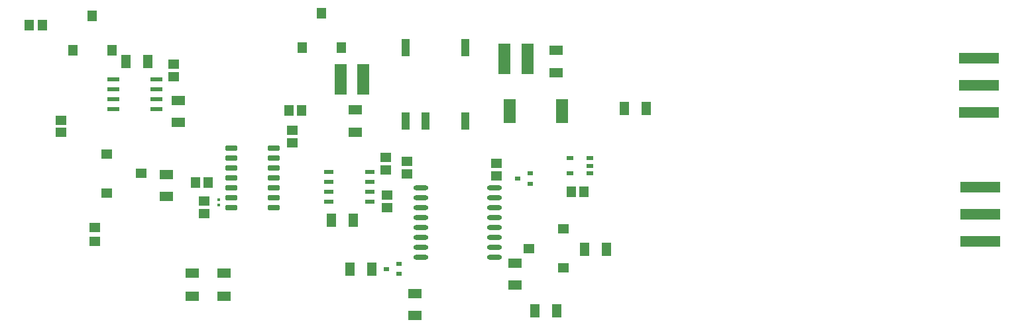
<source format=gtp>
G04*
G04 #@! TF.GenerationSoftware,Altium Limited,Altium Designer,19.1.6 (110)*
G04*
G04 Layer_Color=8421504*
%FSLAX24Y24*%
%MOIN*%
G70*
G01*
G75*
%ADD19R,0.0472X0.0650*%
%ADD20R,0.0551X0.0472*%
%ADD21R,0.0512X0.0551*%
G04:AMPARAMS|DCode=22|XSize=21.7mil|YSize=31.5mil|CornerRadius=1.9mil|HoleSize=0mil|Usage=FLASHONLY|Rotation=270.000|XOffset=0mil|YOffset=0mil|HoleType=Round|Shape=RoundedRectangle|*
%AMROUNDEDRECTD22*
21,1,0.0217,0.0276,0,0,270.0*
21,1,0.0178,0.0315,0,0,270.0*
1,1,0.0039,-0.0138,-0.0089*
1,1,0.0039,-0.0138,0.0089*
1,1,0.0039,0.0138,0.0089*
1,1,0.0039,0.0138,-0.0089*
%
%ADD22ROUNDEDRECTD22*%
%ADD23R,0.0630X0.1535*%
%ADD24R,0.0472X0.0551*%
%ADD25R,0.0453X0.0531*%
%ADD26R,0.0531X0.0453*%
%ADD27R,0.0138X0.0157*%
%ADD28R,0.0551X0.0512*%
%ADD29R,0.0709X0.0512*%
%ADD30R,0.0650X0.0472*%
%ADD31R,0.0315X0.0236*%
%ADD32R,0.0606X0.1236*%
%ADD33O,0.0748X0.0236*%
%ADD34R,0.2008X0.0551*%
G04:AMPARAMS|DCode=35|XSize=21.7mil|YSize=49.2mil|CornerRadius=1.9mil|HoleSize=0mil|Usage=FLASHONLY|Rotation=90.000|XOffset=0mil|YOffset=0mil|HoleType=Round|Shape=RoundedRectangle|*
%AMROUNDEDRECTD35*
21,1,0.0217,0.0453,0,0,90.0*
21,1,0.0178,0.0492,0,0,90.0*
1,1,0.0039,0.0227,0.0089*
1,1,0.0039,0.0227,-0.0089*
1,1,0.0039,-0.0227,-0.0089*
1,1,0.0039,-0.0227,0.0089*
%
%ADD35ROUNDEDRECTD35*%
G04:AMPARAMS|DCode=36|XSize=23.6mil|YSize=57.1mil|CornerRadius=2mil|HoleSize=0mil|Usage=FLASHONLY|Rotation=90.000|XOffset=0mil|YOffset=0mil|HoleType=Round|Shape=RoundedRectangle|*
%AMROUNDEDRECTD36*
21,1,0.0236,0.0531,0,0,90.0*
21,1,0.0196,0.0571,0,0,90.0*
1,1,0.0040,0.0265,0.0098*
1,1,0.0040,0.0265,-0.0098*
1,1,0.0040,-0.0265,-0.0098*
1,1,0.0040,-0.0265,0.0098*
%
%ADD36ROUNDEDRECTD36*%
%ADD37R,0.0598X0.0236*%
%ADD38R,0.0394X0.0906*%
D19*
X39461Y15600D02*
D03*
X40563D02*
D03*
X16370Y25050D02*
D03*
X17472D02*
D03*
X36949Y12500D02*
D03*
X38051D02*
D03*
X42551Y22700D02*
D03*
X41449D02*
D03*
X27649Y14600D02*
D03*
X28751D02*
D03*
X26699Y17050D02*
D03*
X27801D02*
D03*
D20*
X38386Y16617D02*
D03*
X36654Y15633D02*
D03*
X38386Y14648D02*
D03*
X15414Y18433D02*
D03*
X17146Y19417D02*
D03*
X15414Y20402D02*
D03*
D21*
X38785Y18479D02*
D03*
X39415D02*
D03*
X24585Y22600D02*
D03*
X25215D02*
D03*
X20515Y18950D02*
D03*
X19885D02*
D03*
D22*
X39702Y19426D02*
D03*
Y19800D02*
D03*
Y20174D02*
D03*
X38698D02*
D03*
Y19426D02*
D03*
D23*
X27179Y24150D02*
D03*
X28321D02*
D03*
X35429Y25200D02*
D03*
X36571D02*
D03*
D24*
X27202Y25756D02*
D03*
X26218Y27488D02*
D03*
X25234Y25756D02*
D03*
X15667Y25614D02*
D03*
X14683Y27346D02*
D03*
X13698Y25614D02*
D03*
D25*
X11500Y26900D02*
D03*
X12189D02*
D03*
D26*
X14800Y16000D02*
D03*
Y16689D02*
D03*
D27*
X21050Y18072D02*
D03*
Y17828D02*
D03*
D28*
X30500Y19385D02*
D03*
Y20015D02*
D03*
X35000Y19285D02*
D03*
Y19915D02*
D03*
X29500Y18315D02*
D03*
Y17685D02*
D03*
X29450Y20215D02*
D03*
Y19585D02*
D03*
X24750Y20950D02*
D03*
Y21580D02*
D03*
X20300Y18015D02*
D03*
Y17385D02*
D03*
X13100Y22100D02*
D03*
Y21470D02*
D03*
X18771Y24285D02*
D03*
Y24915D02*
D03*
D29*
X21300Y13229D02*
D03*
Y14371D02*
D03*
X19700Y13229D02*
D03*
Y14371D02*
D03*
X27900Y21479D02*
D03*
Y22621D02*
D03*
X38000Y25621D02*
D03*
Y24479D02*
D03*
D30*
X30900Y13351D02*
D03*
Y12249D02*
D03*
X35950Y13799D02*
D03*
Y14901D02*
D03*
X19000Y23101D02*
D03*
Y21999D02*
D03*
X18400Y18249D02*
D03*
Y19351D02*
D03*
D31*
X36715Y18894D02*
D03*
Y19406D02*
D03*
X36085Y19150D02*
D03*
X30115Y14344D02*
D03*
Y14856D02*
D03*
X29485Y14600D02*
D03*
D32*
X38309Y22550D02*
D03*
X35691D02*
D03*
D33*
X34900Y15200D02*
D03*
Y15700D02*
D03*
Y16200D02*
D03*
Y16700D02*
D03*
Y17200D02*
D03*
Y17700D02*
D03*
Y18200D02*
D03*
Y18700D02*
D03*
X31200Y15200D02*
D03*
Y15700D02*
D03*
Y16200D02*
D03*
Y16700D02*
D03*
Y17200D02*
D03*
Y17700D02*
D03*
Y18200D02*
D03*
Y18700D02*
D03*
D34*
X59282Y23850D02*
D03*
Y25228D02*
D03*
Y22472D02*
D03*
X59331Y17350D02*
D03*
Y18728D02*
D03*
Y15972D02*
D03*
D35*
X28633Y18000D02*
D03*
Y18500D02*
D03*
Y19000D02*
D03*
Y19500D02*
D03*
X26567Y18000D02*
D03*
Y18500D02*
D03*
Y19000D02*
D03*
Y19500D02*
D03*
D36*
X21677Y20700D02*
D03*
Y20200D02*
D03*
Y19700D02*
D03*
Y19200D02*
D03*
Y18700D02*
D03*
Y18200D02*
D03*
Y17700D02*
D03*
X23823Y20700D02*
D03*
Y20200D02*
D03*
Y19700D02*
D03*
Y19200D02*
D03*
Y18700D02*
D03*
Y18200D02*
D03*
Y17700D02*
D03*
D37*
X17900Y22650D02*
D03*
Y23150D02*
D03*
Y23650D02*
D03*
Y24150D02*
D03*
X15743Y22650D02*
D03*
Y23150D02*
D03*
Y23650D02*
D03*
Y24150D02*
D03*
D38*
X30450Y25750D02*
D03*
X33450D02*
D03*
Y22050D02*
D03*
X31450D02*
D03*
X30450D02*
D03*
M02*

</source>
